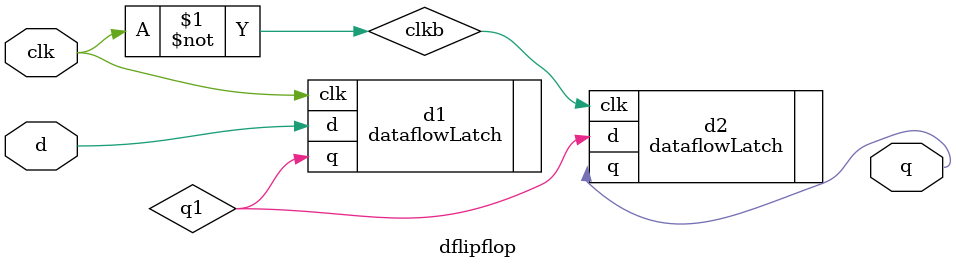
<source format=v>
`timescale 1ns / 1ps
module dflipflop(
    input d,
    output q,
    input clk
    );

	wire q1;
	wire clkb = ~clk;
	
	dataflowLatch d1(.d(d),.q(q1),.clk(clk));
	dataflowLatch d2(.d(q1),.q(q),.clk(clkb));
endmodule

</source>
